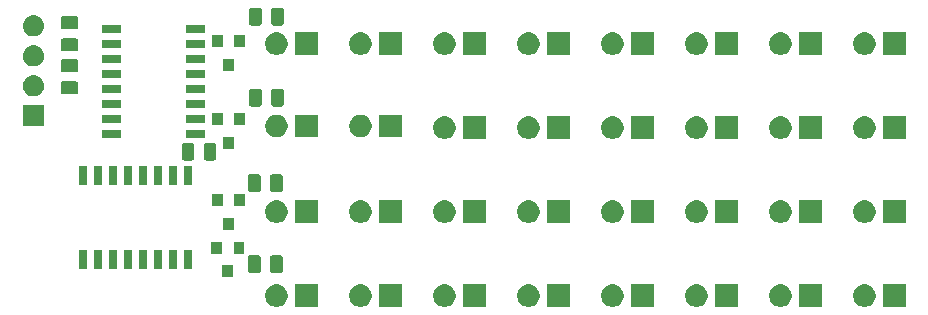
<source format=gbr>
G04 #@! TF.GenerationSoftware,KiCad,Pcbnew,5.0.2+dfsg1-1*
G04 #@! TF.CreationDate,2019-01-13T01:33:18+00:00*
G04 #@! TF.ProjectId,led_matrix_v1,6c65645f-6d61-4747-9269-785f76312e6b,rev?*
G04 #@! TF.SameCoordinates,Original*
G04 #@! TF.FileFunction,Soldermask,Bot*
G04 #@! TF.FilePolarity,Negative*
%FSLAX46Y46*%
G04 Gerber Fmt 4.6, Leading zero omitted, Abs format (unit mm)*
G04 Created by KiCad (PCBNEW 5.0.2+dfsg1-1) date Sun 13 Jan 2019 01:33:18 GMT*
%MOMM*%
%LPD*%
G01*
G04 APERTURE LIST*
%ADD10C,0.100000*%
G04 APERTURE END LIST*
D10*
G36*
X157415000Y-109917000D02*
X155513000Y-109917000D01*
X155513000Y-108015000D01*
X157415000Y-108015000D01*
X157415000Y-109917000D01*
X157415000Y-109917000D01*
G37*
G36*
X171639000Y-109917000D02*
X169737000Y-109917000D01*
X169737000Y-108015000D01*
X171639000Y-108015000D01*
X171639000Y-109917000D01*
X171639000Y-109917000D01*
G37*
G36*
X192975000Y-109917000D02*
X191073000Y-109917000D01*
X191073000Y-108015000D01*
X192975000Y-108015000D01*
X192975000Y-109917000D01*
X192975000Y-109917000D01*
G37*
G36*
X182649396Y-108051546D02*
X182822466Y-108123234D01*
X182978230Y-108227312D01*
X183110688Y-108359770D01*
X183214766Y-108515534D01*
X183286454Y-108688604D01*
X183323000Y-108872333D01*
X183323000Y-109059667D01*
X183286454Y-109243396D01*
X183214766Y-109416466D01*
X183110688Y-109572230D01*
X182978230Y-109704688D01*
X182822466Y-109808766D01*
X182649396Y-109880454D01*
X182465667Y-109917000D01*
X182278333Y-109917000D01*
X182094604Y-109880454D01*
X181921534Y-109808766D01*
X181765770Y-109704688D01*
X181633312Y-109572230D01*
X181529234Y-109416466D01*
X181457546Y-109243396D01*
X181421000Y-109059667D01*
X181421000Y-108872333D01*
X181457546Y-108688604D01*
X181529234Y-108515534D01*
X181633312Y-108359770D01*
X181765770Y-108227312D01*
X181921534Y-108123234D01*
X182094604Y-108051546D01*
X182278333Y-108015000D01*
X182465667Y-108015000D01*
X182649396Y-108051546D01*
X182649396Y-108051546D01*
G37*
G36*
X185863000Y-109917000D02*
X183961000Y-109917000D01*
X183961000Y-108015000D01*
X185863000Y-108015000D01*
X185863000Y-109917000D01*
X185863000Y-109917000D01*
G37*
G36*
X178751000Y-109917000D02*
X176849000Y-109917000D01*
X176849000Y-108015000D01*
X178751000Y-108015000D01*
X178751000Y-109917000D01*
X178751000Y-109917000D01*
G37*
G36*
X175537396Y-108051546D02*
X175710466Y-108123234D01*
X175866230Y-108227312D01*
X175998688Y-108359770D01*
X176102766Y-108515534D01*
X176174454Y-108688604D01*
X176211000Y-108872333D01*
X176211000Y-109059667D01*
X176174454Y-109243396D01*
X176102766Y-109416466D01*
X175998688Y-109572230D01*
X175866230Y-109704688D01*
X175710466Y-109808766D01*
X175537396Y-109880454D01*
X175353667Y-109917000D01*
X175166333Y-109917000D01*
X174982604Y-109880454D01*
X174809534Y-109808766D01*
X174653770Y-109704688D01*
X174521312Y-109572230D01*
X174417234Y-109416466D01*
X174345546Y-109243396D01*
X174309000Y-109059667D01*
X174309000Y-108872333D01*
X174345546Y-108688604D01*
X174417234Y-108515534D01*
X174521312Y-108359770D01*
X174653770Y-108227312D01*
X174809534Y-108123234D01*
X174982604Y-108051546D01*
X175166333Y-108015000D01*
X175353667Y-108015000D01*
X175537396Y-108051546D01*
X175537396Y-108051546D01*
G37*
G36*
X168425396Y-108051546D02*
X168598466Y-108123234D01*
X168754230Y-108227312D01*
X168886688Y-108359770D01*
X168990766Y-108515534D01*
X169062454Y-108688604D01*
X169099000Y-108872333D01*
X169099000Y-109059667D01*
X169062454Y-109243396D01*
X168990766Y-109416466D01*
X168886688Y-109572230D01*
X168754230Y-109704688D01*
X168598466Y-109808766D01*
X168425396Y-109880454D01*
X168241667Y-109917000D01*
X168054333Y-109917000D01*
X167870604Y-109880454D01*
X167697534Y-109808766D01*
X167541770Y-109704688D01*
X167409312Y-109572230D01*
X167305234Y-109416466D01*
X167233546Y-109243396D01*
X167197000Y-109059667D01*
X167197000Y-108872333D01*
X167233546Y-108688604D01*
X167305234Y-108515534D01*
X167409312Y-108359770D01*
X167541770Y-108227312D01*
X167697534Y-108123234D01*
X167870604Y-108051546D01*
X168054333Y-108015000D01*
X168241667Y-108015000D01*
X168425396Y-108051546D01*
X168425396Y-108051546D01*
G37*
G36*
X189761396Y-108051546D02*
X189934466Y-108123234D01*
X190090230Y-108227312D01*
X190222688Y-108359770D01*
X190326766Y-108515534D01*
X190398454Y-108688604D01*
X190435000Y-108872333D01*
X190435000Y-109059667D01*
X190398454Y-109243396D01*
X190326766Y-109416466D01*
X190222688Y-109572230D01*
X190090230Y-109704688D01*
X189934466Y-109808766D01*
X189761396Y-109880454D01*
X189577667Y-109917000D01*
X189390333Y-109917000D01*
X189206604Y-109880454D01*
X189033534Y-109808766D01*
X188877770Y-109704688D01*
X188745312Y-109572230D01*
X188641234Y-109416466D01*
X188569546Y-109243396D01*
X188533000Y-109059667D01*
X188533000Y-108872333D01*
X188569546Y-108688604D01*
X188641234Y-108515534D01*
X188745312Y-108359770D01*
X188877770Y-108227312D01*
X189033534Y-108123234D01*
X189206604Y-108051546D01*
X189390333Y-108015000D01*
X189577667Y-108015000D01*
X189761396Y-108051546D01*
X189761396Y-108051546D01*
G37*
G36*
X164527000Y-109917000D02*
X162625000Y-109917000D01*
X162625000Y-108015000D01*
X164527000Y-108015000D01*
X164527000Y-109917000D01*
X164527000Y-109917000D01*
G37*
G36*
X161313396Y-108051546D02*
X161486466Y-108123234D01*
X161642230Y-108227312D01*
X161774688Y-108359770D01*
X161878766Y-108515534D01*
X161950454Y-108688604D01*
X161987000Y-108872333D01*
X161987000Y-109059667D01*
X161950454Y-109243396D01*
X161878766Y-109416466D01*
X161774688Y-109572230D01*
X161642230Y-109704688D01*
X161486466Y-109808766D01*
X161313396Y-109880454D01*
X161129667Y-109917000D01*
X160942333Y-109917000D01*
X160758604Y-109880454D01*
X160585534Y-109808766D01*
X160429770Y-109704688D01*
X160297312Y-109572230D01*
X160193234Y-109416466D01*
X160121546Y-109243396D01*
X160085000Y-109059667D01*
X160085000Y-108872333D01*
X160121546Y-108688604D01*
X160193234Y-108515534D01*
X160297312Y-108359770D01*
X160429770Y-108227312D01*
X160585534Y-108123234D01*
X160758604Y-108051546D01*
X160942333Y-108015000D01*
X161129667Y-108015000D01*
X161313396Y-108051546D01*
X161313396Y-108051546D01*
G37*
G36*
X139977396Y-108051546D02*
X140150466Y-108123234D01*
X140306230Y-108227312D01*
X140438688Y-108359770D01*
X140542766Y-108515534D01*
X140614454Y-108688604D01*
X140651000Y-108872333D01*
X140651000Y-109059667D01*
X140614454Y-109243396D01*
X140542766Y-109416466D01*
X140438688Y-109572230D01*
X140306230Y-109704688D01*
X140150466Y-109808766D01*
X139977396Y-109880454D01*
X139793667Y-109917000D01*
X139606333Y-109917000D01*
X139422604Y-109880454D01*
X139249534Y-109808766D01*
X139093770Y-109704688D01*
X138961312Y-109572230D01*
X138857234Y-109416466D01*
X138785546Y-109243396D01*
X138749000Y-109059667D01*
X138749000Y-108872333D01*
X138785546Y-108688604D01*
X138857234Y-108515534D01*
X138961312Y-108359770D01*
X139093770Y-108227312D01*
X139249534Y-108123234D01*
X139422604Y-108051546D01*
X139606333Y-108015000D01*
X139793667Y-108015000D01*
X139977396Y-108051546D01*
X139977396Y-108051546D01*
G37*
G36*
X143191000Y-109917000D02*
X141289000Y-109917000D01*
X141289000Y-108015000D01*
X143191000Y-108015000D01*
X143191000Y-109917000D01*
X143191000Y-109917000D01*
G37*
G36*
X150303000Y-109917000D02*
X148401000Y-109917000D01*
X148401000Y-108015000D01*
X150303000Y-108015000D01*
X150303000Y-109917000D01*
X150303000Y-109917000D01*
G37*
G36*
X147089396Y-108051546D02*
X147262466Y-108123234D01*
X147418230Y-108227312D01*
X147550688Y-108359770D01*
X147654766Y-108515534D01*
X147726454Y-108688604D01*
X147763000Y-108872333D01*
X147763000Y-109059667D01*
X147726454Y-109243396D01*
X147654766Y-109416466D01*
X147550688Y-109572230D01*
X147418230Y-109704688D01*
X147262466Y-109808766D01*
X147089396Y-109880454D01*
X146905667Y-109917000D01*
X146718333Y-109917000D01*
X146534604Y-109880454D01*
X146361534Y-109808766D01*
X146205770Y-109704688D01*
X146073312Y-109572230D01*
X145969234Y-109416466D01*
X145897546Y-109243396D01*
X145861000Y-109059667D01*
X145861000Y-108872333D01*
X145897546Y-108688604D01*
X145969234Y-108515534D01*
X146073312Y-108359770D01*
X146205770Y-108227312D01*
X146361534Y-108123234D01*
X146534604Y-108051546D01*
X146718333Y-108015000D01*
X146905667Y-108015000D01*
X147089396Y-108051546D01*
X147089396Y-108051546D01*
G37*
G36*
X154201396Y-108051546D02*
X154374466Y-108123234D01*
X154530230Y-108227312D01*
X154662688Y-108359770D01*
X154766766Y-108515534D01*
X154838454Y-108688604D01*
X154875000Y-108872333D01*
X154875000Y-109059667D01*
X154838454Y-109243396D01*
X154766766Y-109416466D01*
X154662688Y-109572230D01*
X154530230Y-109704688D01*
X154374466Y-109808766D01*
X154201396Y-109880454D01*
X154017667Y-109917000D01*
X153830333Y-109917000D01*
X153646604Y-109880454D01*
X153473534Y-109808766D01*
X153317770Y-109704688D01*
X153185312Y-109572230D01*
X153081234Y-109416466D01*
X153009546Y-109243396D01*
X152973000Y-109059667D01*
X152973000Y-108872333D01*
X153009546Y-108688604D01*
X153081234Y-108515534D01*
X153185312Y-108359770D01*
X153317770Y-108227312D01*
X153473534Y-108123234D01*
X153646604Y-108051546D01*
X153830333Y-108015000D01*
X154017667Y-108015000D01*
X154201396Y-108051546D01*
X154201396Y-108051546D01*
G37*
G36*
X136021000Y-107403000D02*
X135119000Y-107403000D01*
X135119000Y-106401000D01*
X136021000Y-106401000D01*
X136021000Y-107403000D01*
X136021000Y-107403000D01*
G37*
G36*
X140071966Y-105552565D02*
X140110637Y-105564296D01*
X140146279Y-105583348D01*
X140177517Y-105608983D01*
X140203152Y-105640221D01*
X140222204Y-105675863D01*
X140233935Y-105714534D01*
X140238500Y-105760888D01*
X140238500Y-106837112D01*
X140233935Y-106883466D01*
X140222204Y-106922137D01*
X140203152Y-106957779D01*
X140177517Y-106989017D01*
X140146279Y-107014652D01*
X140110637Y-107033704D01*
X140071966Y-107045435D01*
X140025612Y-107050000D01*
X139374388Y-107050000D01*
X139328034Y-107045435D01*
X139289363Y-107033704D01*
X139253721Y-107014652D01*
X139222483Y-106989017D01*
X139196848Y-106957779D01*
X139177796Y-106922137D01*
X139166065Y-106883466D01*
X139161500Y-106837112D01*
X139161500Y-105760888D01*
X139166065Y-105714534D01*
X139177796Y-105675863D01*
X139196848Y-105640221D01*
X139222483Y-105608983D01*
X139253721Y-105583348D01*
X139289363Y-105564296D01*
X139328034Y-105552565D01*
X139374388Y-105548000D01*
X140025612Y-105548000D01*
X140071966Y-105552565D01*
X140071966Y-105552565D01*
G37*
G36*
X138196966Y-105552565D02*
X138235637Y-105564296D01*
X138271279Y-105583348D01*
X138302517Y-105608983D01*
X138328152Y-105640221D01*
X138347204Y-105675863D01*
X138358935Y-105714534D01*
X138363500Y-105760888D01*
X138363500Y-106837112D01*
X138358935Y-106883466D01*
X138347204Y-106922137D01*
X138328152Y-106957779D01*
X138302517Y-106989017D01*
X138271279Y-107014652D01*
X138235637Y-107033704D01*
X138196966Y-107045435D01*
X138150612Y-107050000D01*
X137499388Y-107050000D01*
X137453034Y-107045435D01*
X137414363Y-107033704D01*
X137378721Y-107014652D01*
X137347483Y-106989017D01*
X137321848Y-106957779D01*
X137302796Y-106922137D01*
X137291065Y-106883466D01*
X137286500Y-106837112D01*
X137286500Y-105760888D01*
X137291065Y-105714534D01*
X137302796Y-105675863D01*
X137321848Y-105640221D01*
X137347483Y-105608983D01*
X137378721Y-105583348D01*
X137414363Y-105564296D01*
X137453034Y-105552565D01*
X137499388Y-105548000D01*
X138150612Y-105548000D01*
X138196966Y-105552565D01*
X138196966Y-105552565D01*
G37*
G36*
X123668000Y-106713000D02*
X122966000Y-106713000D01*
X122966000Y-105111000D01*
X123668000Y-105111000D01*
X123668000Y-106713000D01*
X123668000Y-106713000D01*
G37*
G36*
X131288000Y-106713000D02*
X130586000Y-106713000D01*
X130586000Y-105111000D01*
X131288000Y-105111000D01*
X131288000Y-106713000D01*
X131288000Y-106713000D01*
G37*
G36*
X130018000Y-106713000D02*
X129316000Y-106713000D01*
X129316000Y-105111000D01*
X130018000Y-105111000D01*
X130018000Y-106713000D01*
X130018000Y-106713000D01*
G37*
G36*
X128748000Y-106713000D02*
X128046000Y-106713000D01*
X128046000Y-105111000D01*
X128748000Y-105111000D01*
X128748000Y-106713000D01*
X128748000Y-106713000D01*
G37*
G36*
X127478000Y-106713000D02*
X126776000Y-106713000D01*
X126776000Y-105111000D01*
X127478000Y-105111000D01*
X127478000Y-106713000D01*
X127478000Y-106713000D01*
G37*
G36*
X132558000Y-106713000D02*
X131856000Y-106713000D01*
X131856000Y-105111000D01*
X132558000Y-105111000D01*
X132558000Y-106713000D01*
X132558000Y-106713000D01*
G37*
G36*
X126208000Y-106713000D02*
X125506000Y-106713000D01*
X125506000Y-105111000D01*
X126208000Y-105111000D01*
X126208000Y-106713000D01*
X126208000Y-106713000D01*
G37*
G36*
X124938000Y-106713000D02*
X124236000Y-106713000D01*
X124236000Y-105111000D01*
X124938000Y-105111000D01*
X124938000Y-106713000D01*
X124938000Y-106713000D01*
G37*
G36*
X135071000Y-105403000D02*
X134169000Y-105403000D01*
X134169000Y-104401000D01*
X135071000Y-104401000D01*
X135071000Y-105403000D01*
X135071000Y-105403000D01*
G37*
G36*
X136971000Y-105403000D02*
X136069000Y-105403000D01*
X136069000Y-104401000D01*
X136971000Y-104401000D01*
X136971000Y-105403000D01*
X136971000Y-105403000D01*
G37*
G36*
X136087000Y-103371000D02*
X135185000Y-103371000D01*
X135185000Y-102369000D01*
X136087000Y-102369000D01*
X136087000Y-103371000D01*
X136087000Y-103371000D01*
G37*
G36*
X175537396Y-100939546D02*
X175710466Y-101011234D01*
X175866230Y-101115312D01*
X175998688Y-101247770D01*
X176102766Y-101403534D01*
X176174454Y-101576604D01*
X176211000Y-101760333D01*
X176211000Y-101947667D01*
X176174454Y-102131396D01*
X176102766Y-102304466D01*
X175998688Y-102460230D01*
X175866230Y-102592688D01*
X175710466Y-102696766D01*
X175537396Y-102768454D01*
X175353667Y-102805000D01*
X175166333Y-102805000D01*
X174982604Y-102768454D01*
X174809534Y-102696766D01*
X174653770Y-102592688D01*
X174521312Y-102460230D01*
X174417234Y-102304466D01*
X174345546Y-102131396D01*
X174309000Y-101947667D01*
X174309000Y-101760333D01*
X174345546Y-101576604D01*
X174417234Y-101403534D01*
X174521312Y-101247770D01*
X174653770Y-101115312D01*
X174809534Y-101011234D01*
X174982604Y-100939546D01*
X175166333Y-100903000D01*
X175353667Y-100903000D01*
X175537396Y-100939546D01*
X175537396Y-100939546D01*
G37*
G36*
X143191000Y-102805000D02*
X141289000Y-102805000D01*
X141289000Y-100903000D01*
X143191000Y-100903000D01*
X143191000Y-102805000D01*
X143191000Y-102805000D01*
G37*
G36*
X139977396Y-100939546D02*
X140150466Y-101011234D01*
X140306230Y-101115312D01*
X140438688Y-101247770D01*
X140542766Y-101403534D01*
X140614454Y-101576604D01*
X140651000Y-101760333D01*
X140651000Y-101947667D01*
X140614454Y-102131396D01*
X140542766Y-102304466D01*
X140438688Y-102460230D01*
X140306230Y-102592688D01*
X140150466Y-102696766D01*
X139977396Y-102768454D01*
X139793667Y-102805000D01*
X139606333Y-102805000D01*
X139422604Y-102768454D01*
X139249534Y-102696766D01*
X139093770Y-102592688D01*
X138961312Y-102460230D01*
X138857234Y-102304466D01*
X138785546Y-102131396D01*
X138749000Y-101947667D01*
X138749000Y-101760333D01*
X138785546Y-101576604D01*
X138857234Y-101403534D01*
X138961312Y-101247770D01*
X139093770Y-101115312D01*
X139249534Y-101011234D01*
X139422604Y-100939546D01*
X139606333Y-100903000D01*
X139793667Y-100903000D01*
X139977396Y-100939546D01*
X139977396Y-100939546D01*
G37*
G36*
X150303000Y-102805000D02*
X148401000Y-102805000D01*
X148401000Y-100903000D01*
X150303000Y-100903000D01*
X150303000Y-102805000D01*
X150303000Y-102805000D01*
G37*
G36*
X147089396Y-100939546D02*
X147262466Y-101011234D01*
X147418230Y-101115312D01*
X147550688Y-101247770D01*
X147654766Y-101403534D01*
X147726454Y-101576604D01*
X147763000Y-101760333D01*
X147763000Y-101947667D01*
X147726454Y-102131396D01*
X147654766Y-102304466D01*
X147550688Y-102460230D01*
X147418230Y-102592688D01*
X147262466Y-102696766D01*
X147089396Y-102768454D01*
X146905667Y-102805000D01*
X146718333Y-102805000D01*
X146534604Y-102768454D01*
X146361534Y-102696766D01*
X146205770Y-102592688D01*
X146073312Y-102460230D01*
X145969234Y-102304466D01*
X145897546Y-102131396D01*
X145861000Y-101947667D01*
X145861000Y-101760333D01*
X145897546Y-101576604D01*
X145969234Y-101403534D01*
X146073312Y-101247770D01*
X146205770Y-101115312D01*
X146361534Y-101011234D01*
X146534604Y-100939546D01*
X146718333Y-100903000D01*
X146905667Y-100903000D01*
X147089396Y-100939546D01*
X147089396Y-100939546D01*
G37*
G36*
X154201396Y-100939546D02*
X154374466Y-101011234D01*
X154530230Y-101115312D01*
X154662688Y-101247770D01*
X154766766Y-101403534D01*
X154838454Y-101576604D01*
X154875000Y-101760333D01*
X154875000Y-101947667D01*
X154838454Y-102131396D01*
X154766766Y-102304466D01*
X154662688Y-102460230D01*
X154530230Y-102592688D01*
X154374466Y-102696766D01*
X154201396Y-102768454D01*
X154017667Y-102805000D01*
X153830333Y-102805000D01*
X153646604Y-102768454D01*
X153473534Y-102696766D01*
X153317770Y-102592688D01*
X153185312Y-102460230D01*
X153081234Y-102304466D01*
X153009546Y-102131396D01*
X152973000Y-101947667D01*
X152973000Y-101760333D01*
X153009546Y-101576604D01*
X153081234Y-101403534D01*
X153185312Y-101247770D01*
X153317770Y-101115312D01*
X153473534Y-101011234D01*
X153646604Y-100939546D01*
X153830333Y-100903000D01*
X154017667Y-100903000D01*
X154201396Y-100939546D01*
X154201396Y-100939546D01*
G37*
G36*
X157415000Y-102805000D02*
X155513000Y-102805000D01*
X155513000Y-100903000D01*
X157415000Y-100903000D01*
X157415000Y-102805000D01*
X157415000Y-102805000D01*
G37*
G36*
X164527000Y-102805000D02*
X162625000Y-102805000D01*
X162625000Y-100903000D01*
X164527000Y-100903000D01*
X164527000Y-102805000D01*
X164527000Y-102805000D01*
G37*
G36*
X168425396Y-100939546D02*
X168598466Y-101011234D01*
X168754230Y-101115312D01*
X168886688Y-101247770D01*
X168990766Y-101403534D01*
X169062454Y-101576604D01*
X169099000Y-101760333D01*
X169099000Y-101947667D01*
X169062454Y-102131396D01*
X168990766Y-102304466D01*
X168886688Y-102460230D01*
X168754230Y-102592688D01*
X168598466Y-102696766D01*
X168425396Y-102768454D01*
X168241667Y-102805000D01*
X168054333Y-102805000D01*
X167870604Y-102768454D01*
X167697534Y-102696766D01*
X167541770Y-102592688D01*
X167409312Y-102460230D01*
X167305234Y-102304466D01*
X167233546Y-102131396D01*
X167197000Y-101947667D01*
X167197000Y-101760333D01*
X167233546Y-101576604D01*
X167305234Y-101403534D01*
X167409312Y-101247770D01*
X167541770Y-101115312D01*
X167697534Y-101011234D01*
X167870604Y-100939546D01*
X168054333Y-100903000D01*
X168241667Y-100903000D01*
X168425396Y-100939546D01*
X168425396Y-100939546D01*
G37*
G36*
X161313396Y-100939546D02*
X161486466Y-101011234D01*
X161642230Y-101115312D01*
X161774688Y-101247770D01*
X161878766Y-101403534D01*
X161950454Y-101576604D01*
X161987000Y-101760333D01*
X161987000Y-101947667D01*
X161950454Y-102131396D01*
X161878766Y-102304466D01*
X161774688Y-102460230D01*
X161642230Y-102592688D01*
X161486466Y-102696766D01*
X161313396Y-102768454D01*
X161129667Y-102805000D01*
X160942333Y-102805000D01*
X160758604Y-102768454D01*
X160585534Y-102696766D01*
X160429770Y-102592688D01*
X160297312Y-102460230D01*
X160193234Y-102304466D01*
X160121546Y-102131396D01*
X160085000Y-101947667D01*
X160085000Y-101760333D01*
X160121546Y-101576604D01*
X160193234Y-101403534D01*
X160297312Y-101247770D01*
X160429770Y-101115312D01*
X160585534Y-101011234D01*
X160758604Y-100939546D01*
X160942333Y-100903000D01*
X161129667Y-100903000D01*
X161313396Y-100939546D01*
X161313396Y-100939546D01*
G37*
G36*
X189761396Y-100939546D02*
X189934466Y-101011234D01*
X190090230Y-101115312D01*
X190222688Y-101247770D01*
X190326766Y-101403534D01*
X190398454Y-101576604D01*
X190435000Y-101760333D01*
X190435000Y-101947667D01*
X190398454Y-102131396D01*
X190326766Y-102304466D01*
X190222688Y-102460230D01*
X190090230Y-102592688D01*
X189934466Y-102696766D01*
X189761396Y-102768454D01*
X189577667Y-102805000D01*
X189390333Y-102805000D01*
X189206604Y-102768454D01*
X189033534Y-102696766D01*
X188877770Y-102592688D01*
X188745312Y-102460230D01*
X188641234Y-102304466D01*
X188569546Y-102131396D01*
X188533000Y-101947667D01*
X188533000Y-101760333D01*
X188569546Y-101576604D01*
X188641234Y-101403534D01*
X188745312Y-101247770D01*
X188877770Y-101115312D01*
X189033534Y-101011234D01*
X189206604Y-100939546D01*
X189390333Y-100903000D01*
X189577667Y-100903000D01*
X189761396Y-100939546D01*
X189761396Y-100939546D01*
G37*
G36*
X185863000Y-102805000D02*
X183961000Y-102805000D01*
X183961000Y-100903000D01*
X185863000Y-100903000D01*
X185863000Y-102805000D01*
X185863000Y-102805000D01*
G37*
G36*
X178751000Y-102805000D02*
X176849000Y-102805000D01*
X176849000Y-100903000D01*
X178751000Y-100903000D01*
X178751000Y-102805000D01*
X178751000Y-102805000D01*
G37*
G36*
X192975000Y-102805000D02*
X191073000Y-102805000D01*
X191073000Y-100903000D01*
X192975000Y-100903000D01*
X192975000Y-102805000D01*
X192975000Y-102805000D01*
G37*
G36*
X182649396Y-100939546D02*
X182822466Y-101011234D01*
X182978230Y-101115312D01*
X183110688Y-101247770D01*
X183214766Y-101403534D01*
X183286454Y-101576604D01*
X183323000Y-101760333D01*
X183323000Y-101947667D01*
X183286454Y-102131396D01*
X183214766Y-102304466D01*
X183110688Y-102460230D01*
X182978230Y-102592688D01*
X182822466Y-102696766D01*
X182649396Y-102768454D01*
X182465667Y-102805000D01*
X182278333Y-102805000D01*
X182094604Y-102768454D01*
X181921534Y-102696766D01*
X181765770Y-102592688D01*
X181633312Y-102460230D01*
X181529234Y-102304466D01*
X181457546Y-102131396D01*
X181421000Y-101947667D01*
X181421000Y-101760333D01*
X181457546Y-101576604D01*
X181529234Y-101403534D01*
X181633312Y-101247770D01*
X181765770Y-101115312D01*
X181921534Y-101011234D01*
X182094604Y-100939546D01*
X182278333Y-100903000D01*
X182465667Y-100903000D01*
X182649396Y-100939546D01*
X182649396Y-100939546D01*
G37*
G36*
X171639000Y-102805000D02*
X169737000Y-102805000D01*
X169737000Y-100903000D01*
X171639000Y-100903000D01*
X171639000Y-102805000D01*
X171639000Y-102805000D01*
G37*
G36*
X135137000Y-101371000D02*
X134235000Y-101371000D01*
X134235000Y-100369000D01*
X135137000Y-100369000D01*
X135137000Y-101371000D01*
X135137000Y-101371000D01*
G37*
G36*
X137037000Y-101371000D02*
X136135000Y-101371000D01*
X136135000Y-100369000D01*
X137037000Y-100369000D01*
X137037000Y-101371000D01*
X137037000Y-101371000D01*
G37*
G36*
X140071966Y-98694565D02*
X140110637Y-98706296D01*
X140146279Y-98725348D01*
X140177517Y-98750983D01*
X140203152Y-98782221D01*
X140222204Y-98817863D01*
X140233935Y-98856534D01*
X140238500Y-98902888D01*
X140238500Y-99979112D01*
X140233935Y-100025466D01*
X140222204Y-100064137D01*
X140203152Y-100099779D01*
X140177517Y-100131017D01*
X140146279Y-100156652D01*
X140110637Y-100175704D01*
X140071966Y-100187435D01*
X140025612Y-100192000D01*
X139374388Y-100192000D01*
X139328034Y-100187435D01*
X139289363Y-100175704D01*
X139253721Y-100156652D01*
X139222483Y-100131017D01*
X139196848Y-100099779D01*
X139177796Y-100064137D01*
X139166065Y-100025466D01*
X139161500Y-99979112D01*
X139161500Y-98902888D01*
X139166065Y-98856534D01*
X139177796Y-98817863D01*
X139196848Y-98782221D01*
X139222483Y-98750983D01*
X139253721Y-98725348D01*
X139289363Y-98706296D01*
X139328034Y-98694565D01*
X139374388Y-98690000D01*
X140025612Y-98690000D01*
X140071966Y-98694565D01*
X140071966Y-98694565D01*
G37*
G36*
X138196966Y-98694565D02*
X138235637Y-98706296D01*
X138271279Y-98725348D01*
X138302517Y-98750983D01*
X138328152Y-98782221D01*
X138347204Y-98817863D01*
X138358935Y-98856534D01*
X138363500Y-98902888D01*
X138363500Y-99979112D01*
X138358935Y-100025466D01*
X138347204Y-100064137D01*
X138328152Y-100099779D01*
X138302517Y-100131017D01*
X138271279Y-100156652D01*
X138235637Y-100175704D01*
X138196966Y-100187435D01*
X138150612Y-100192000D01*
X137499388Y-100192000D01*
X137453034Y-100187435D01*
X137414363Y-100175704D01*
X137378721Y-100156652D01*
X137347483Y-100131017D01*
X137321848Y-100099779D01*
X137302796Y-100064137D01*
X137291065Y-100025466D01*
X137286500Y-99979112D01*
X137286500Y-98902888D01*
X137291065Y-98856534D01*
X137302796Y-98817863D01*
X137321848Y-98782221D01*
X137347483Y-98750983D01*
X137378721Y-98725348D01*
X137414363Y-98706296D01*
X137453034Y-98694565D01*
X137499388Y-98690000D01*
X138150612Y-98690000D01*
X138196966Y-98694565D01*
X138196966Y-98694565D01*
G37*
G36*
X124938000Y-99613000D02*
X124236000Y-99613000D01*
X124236000Y-98011000D01*
X124938000Y-98011000D01*
X124938000Y-99613000D01*
X124938000Y-99613000D01*
G37*
G36*
X132558000Y-99613000D02*
X131856000Y-99613000D01*
X131856000Y-98011000D01*
X132558000Y-98011000D01*
X132558000Y-99613000D01*
X132558000Y-99613000D01*
G37*
G36*
X128748000Y-99613000D02*
X128046000Y-99613000D01*
X128046000Y-98011000D01*
X128748000Y-98011000D01*
X128748000Y-99613000D01*
X128748000Y-99613000D01*
G37*
G36*
X127478000Y-99613000D02*
X126776000Y-99613000D01*
X126776000Y-98011000D01*
X127478000Y-98011000D01*
X127478000Y-99613000D01*
X127478000Y-99613000D01*
G37*
G36*
X131288000Y-99613000D02*
X130586000Y-99613000D01*
X130586000Y-98011000D01*
X131288000Y-98011000D01*
X131288000Y-99613000D01*
X131288000Y-99613000D01*
G37*
G36*
X126208000Y-99613000D02*
X125506000Y-99613000D01*
X125506000Y-98011000D01*
X126208000Y-98011000D01*
X126208000Y-99613000D01*
X126208000Y-99613000D01*
G37*
G36*
X123668000Y-99613000D02*
X122966000Y-99613000D01*
X122966000Y-98011000D01*
X123668000Y-98011000D01*
X123668000Y-99613000D01*
X123668000Y-99613000D01*
G37*
G36*
X130018000Y-99613000D02*
X129316000Y-99613000D01*
X129316000Y-98011000D01*
X130018000Y-98011000D01*
X130018000Y-99613000D01*
X130018000Y-99613000D01*
G37*
G36*
X134453966Y-96027565D02*
X134492637Y-96039296D01*
X134528279Y-96058348D01*
X134559517Y-96083983D01*
X134585152Y-96115221D01*
X134604204Y-96150863D01*
X134615935Y-96189534D01*
X134620500Y-96235888D01*
X134620500Y-97312112D01*
X134615935Y-97358466D01*
X134604204Y-97397137D01*
X134585152Y-97432779D01*
X134559517Y-97464017D01*
X134528279Y-97489652D01*
X134492637Y-97508704D01*
X134453966Y-97520435D01*
X134407612Y-97525000D01*
X133756388Y-97525000D01*
X133710034Y-97520435D01*
X133671363Y-97508704D01*
X133635721Y-97489652D01*
X133604483Y-97464017D01*
X133578848Y-97432779D01*
X133559796Y-97397137D01*
X133548065Y-97358466D01*
X133543500Y-97312112D01*
X133543500Y-96235888D01*
X133548065Y-96189534D01*
X133559796Y-96150863D01*
X133578848Y-96115221D01*
X133604483Y-96083983D01*
X133635721Y-96058348D01*
X133671363Y-96039296D01*
X133710034Y-96027565D01*
X133756388Y-96023000D01*
X134407612Y-96023000D01*
X134453966Y-96027565D01*
X134453966Y-96027565D01*
G37*
G36*
X132578966Y-96027565D02*
X132617637Y-96039296D01*
X132653279Y-96058348D01*
X132684517Y-96083983D01*
X132710152Y-96115221D01*
X132729204Y-96150863D01*
X132740935Y-96189534D01*
X132745500Y-96235888D01*
X132745500Y-97312112D01*
X132740935Y-97358466D01*
X132729204Y-97397137D01*
X132710152Y-97432779D01*
X132684517Y-97464017D01*
X132653279Y-97489652D01*
X132617637Y-97508704D01*
X132578966Y-97520435D01*
X132532612Y-97525000D01*
X131881388Y-97525000D01*
X131835034Y-97520435D01*
X131796363Y-97508704D01*
X131760721Y-97489652D01*
X131729483Y-97464017D01*
X131703848Y-97432779D01*
X131684796Y-97397137D01*
X131673065Y-97358466D01*
X131668500Y-97312112D01*
X131668500Y-96235888D01*
X131673065Y-96189534D01*
X131684796Y-96150863D01*
X131703848Y-96115221D01*
X131729483Y-96083983D01*
X131760721Y-96058348D01*
X131796363Y-96039296D01*
X131835034Y-96027565D01*
X131881388Y-96023000D01*
X132532612Y-96023000D01*
X132578966Y-96027565D01*
X132578966Y-96027565D01*
G37*
G36*
X136087000Y-96513000D02*
X135185000Y-96513000D01*
X135185000Y-95511000D01*
X136087000Y-95511000D01*
X136087000Y-96513000D01*
X136087000Y-96513000D01*
G37*
G36*
X171639000Y-95693000D02*
X169737000Y-95693000D01*
X169737000Y-93791000D01*
X171639000Y-93791000D01*
X171639000Y-95693000D01*
X171639000Y-95693000D01*
G37*
G36*
X164527000Y-95693000D02*
X162625000Y-95693000D01*
X162625000Y-93791000D01*
X164527000Y-93791000D01*
X164527000Y-95693000D01*
X164527000Y-95693000D01*
G37*
G36*
X192975000Y-95693000D02*
X191073000Y-95693000D01*
X191073000Y-93791000D01*
X192975000Y-93791000D01*
X192975000Y-95693000D01*
X192975000Y-95693000D01*
G37*
G36*
X178751000Y-95693000D02*
X176849000Y-95693000D01*
X176849000Y-93791000D01*
X178751000Y-93791000D01*
X178751000Y-95693000D01*
X178751000Y-95693000D01*
G37*
G36*
X175537396Y-93827546D02*
X175710466Y-93899234D01*
X175866230Y-94003312D01*
X175998688Y-94135770D01*
X176102766Y-94291534D01*
X176174454Y-94464604D01*
X176211000Y-94648333D01*
X176211000Y-94835667D01*
X176174454Y-95019396D01*
X176102766Y-95192466D01*
X175998688Y-95348230D01*
X175866230Y-95480688D01*
X175710466Y-95584766D01*
X175537396Y-95656454D01*
X175353667Y-95693000D01*
X175166333Y-95693000D01*
X174982604Y-95656454D01*
X174809534Y-95584766D01*
X174653770Y-95480688D01*
X174521312Y-95348230D01*
X174417234Y-95192466D01*
X174345546Y-95019396D01*
X174309000Y-94835667D01*
X174309000Y-94648333D01*
X174345546Y-94464604D01*
X174417234Y-94291534D01*
X174521312Y-94135770D01*
X174653770Y-94003312D01*
X174809534Y-93899234D01*
X174982604Y-93827546D01*
X175166333Y-93791000D01*
X175353667Y-93791000D01*
X175537396Y-93827546D01*
X175537396Y-93827546D01*
G37*
G36*
X168425396Y-93827546D02*
X168598466Y-93899234D01*
X168754230Y-94003312D01*
X168886688Y-94135770D01*
X168990766Y-94291534D01*
X169062454Y-94464604D01*
X169099000Y-94648333D01*
X169099000Y-94835667D01*
X169062454Y-95019396D01*
X168990766Y-95192466D01*
X168886688Y-95348230D01*
X168754230Y-95480688D01*
X168598466Y-95584766D01*
X168425396Y-95656454D01*
X168241667Y-95693000D01*
X168054333Y-95693000D01*
X167870604Y-95656454D01*
X167697534Y-95584766D01*
X167541770Y-95480688D01*
X167409312Y-95348230D01*
X167305234Y-95192466D01*
X167233546Y-95019396D01*
X167197000Y-94835667D01*
X167197000Y-94648333D01*
X167233546Y-94464604D01*
X167305234Y-94291534D01*
X167409312Y-94135770D01*
X167541770Y-94003312D01*
X167697534Y-93899234D01*
X167870604Y-93827546D01*
X168054333Y-93791000D01*
X168241667Y-93791000D01*
X168425396Y-93827546D01*
X168425396Y-93827546D01*
G37*
G36*
X157415000Y-95693000D02*
X155513000Y-95693000D01*
X155513000Y-93791000D01*
X157415000Y-93791000D01*
X157415000Y-95693000D01*
X157415000Y-95693000D01*
G37*
G36*
X161313396Y-93827546D02*
X161486466Y-93899234D01*
X161642230Y-94003312D01*
X161774688Y-94135770D01*
X161878766Y-94291534D01*
X161950454Y-94464604D01*
X161987000Y-94648333D01*
X161987000Y-94835667D01*
X161950454Y-95019396D01*
X161878766Y-95192466D01*
X161774688Y-95348230D01*
X161642230Y-95480688D01*
X161486466Y-95584766D01*
X161313396Y-95656454D01*
X161129667Y-95693000D01*
X160942333Y-95693000D01*
X160758604Y-95656454D01*
X160585534Y-95584766D01*
X160429770Y-95480688D01*
X160297312Y-95348230D01*
X160193234Y-95192466D01*
X160121546Y-95019396D01*
X160085000Y-94835667D01*
X160085000Y-94648333D01*
X160121546Y-94464604D01*
X160193234Y-94291534D01*
X160297312Y-94135770D01*
X160429770Y-94003312D01*
X160585534Y-93899234D01*
X160758604Y-93827546D01*
X160942333Y-93791000D01*
X161129667Y-93791000D01*
X161313396Y-93827546D01*
X161313396Y-93827546D01*
G37*
G36*
X185863000Y-95693000D02*
X183961000Y-95693000D01*
X183961000Y-93791000D01*
X185863000Y-93791000D01*
X185863000Y-95693000D01*
X185863000Y-95693000D01*
G37*
G36*
X182649396Y-93827546D02*
X182822466Y-93899234D01*
X182978230Y-94003312D01*
X183110688Y-94135770D01*
X183214766Y-94291534D01*
X183286454Y-94464604D01*
X183323000Y-94648333D01*
X183323000Y-94835667D01*
X183286454Y-95019396D01*
X183214766Y-95192466D01*
X183110688Y-95348230D01*
X182978230Y-95480688D01*
X182822466Y-95584766D01*
X182649396Y-95656454D01*
X182465667Y-95693000D01*
X182278333Y-95693000D01*
X182094604Y-95656454D01*
X181921534Y-95584766D01*
X181765770Y-95480688D01*
X181633312Y-95348230D01*
X181529234Y-95192466D01*
X181457546Y-95019396D01*
X181421000Y-94835667D01*
X181421000Y-94648333D01*
X181457546Y-94464604D01*
X181529234Y-94291534D01*
X181633312Y-94135770D01*
X181765770Y-94003312D01*
X181921534Y-93899234D01*
X182094604Y-93827546D01*
X182278333Y-93791000D01*
X182465667Y-93791000D01*
X182649396Y-93827546D01*
X182649396Y-93827546D01*
G37*
G36*
X154201396Y-93827546D02*
X154374466Y-93899234D01*
X154530230Y-94003312D01*
X154662688Y-94135770D01*
X154766766Y-94291534D01*
X154838454Y-94464604D01*
X154875000Y-94648333D01*
X154875000Y-94835667D01*
X154838454Y-95019396D01*
X154766766Y-95192466D01*
X154662688Y-95348230D01*
X154530230Y-95480688D01*
X154374466Y-95584766D01*
X154201396Y-95656454D01*
X154017667Y-95693000D01*
X153830333Y-95693000D01*
X153646604Y-95656454D01*
X153473534Y-95584766D01*
X153317770Y-95480688D01*
X153185312Y-95348230D01*
X153081234Y-95192466D01*
X153009546Y-95019396D01*
X152973000Y-94835667D01*
X152973000Y-94648333D01*
X153009546Y-94464604D01*
X153081234Y-94291534D01*
X153185312Y-94135770D01*
X153317770Y-94003312D01*
X153473534Y-93899234D01*
X153646604Y-93827546D01*
X153830333Y-93791000D01*
X154017667Y-93791000D01*
X154201396Y-93827546D01*
X154201396Y-93827546D01*
G37*
G36*
X189761396Y-93827546D02*
X189934466Y-93899234D01*
X190090230Y-94003312D01*
X190222688Y-94135770D01*
X190326766Y-94291534D01*
X190398454Y-94464604D01*
X190435000Y-94648333D01*
X190435000Y-94835667D01*
X190398454Y-95019396D01*
X190326766Y-95192466D01*
X190222688Y-95348230D01*
X190090230Y-95480688D01*
X189934466Y-95584766D01*
X189761396Y-95656454D01*
X189577667Y-95693000D01*
X189390333Y-95693000D01*
X189206604Y-95656454D01*
X189033534Y-95584766D01*
X188877770Y-95480688D01*
X188745312Y-95348230D01*
X188641234Y-95192466D01*
X188569546Y-95019396D01*
X188533000Y-94835667D01*
X188533000Y-94648333D01*
X188569546Y-94464604D01*
X188641234Y-94291534D01*
X188745312Y-94135770D01*
X188877770Y-94003312D01*
X189033534Y-93899234D01*
X189206604Y-93827546D01*
X189390333Y-93791000D01*
X189577667Y-93791000D01*
X189761396Y-93827546D01*
X189761396Y-93827546D01*
G37*
G36*
X133631000Y-95601000D02*
X132029000Y-95601000D01*
X132029000Y-94899000D01*
X133631000Y-94899000D01*
X133631000Y-95601000D01*
X133631000Y-95601000D01*
G37*
G36*
X126531000Y-95601000D02*
X124929000Y-95601000D01*
X124929000Y-94899000D01*
X126531000Y-94899000D01*
X126531000Y-95601000D01*
X126531000Y-95601000D01*
G37*
G36*
X143191000Y-95566000D02*
X141289000Y-95566000D01*
X141289000Y-93664000D01*
X143191000Y-93664000D01*
X143191000Y-95566000D01*
X143191000Y-95566000D01*
G37*
G36*
X150303000Y-95566000D02*
X148401000Y-95566000D01*
X148401000Y-93664000D01*
X150303000Y-93664000D01*
X150303000Y-95566000D01*
X150303000Y-95566000D01*
G37*
G36*
X147089396Y-93700546D02*
X147262466Y-93772234D01*
X147418230Y-93876312D01*
X147550688Y-94008770D01*
X147654766Y-94164534D01*
X147726454Y-94337604D01*
X147763000Y-94521333D01*
X147763000Y-94708667D01*
X147726454Y-94892396D01*
X147654766Y-95065466D01*
X147550688Y-95221230D01*
X147418230Y-95353688D01*
X147262466Y-95457766D01*
X147089396Y-95529454D01*
X146905667Y-95566000D01*
X146718333Y-95566000D01*
X146534604Y-95529454D01*
X146361534Y-95457766D01*
X146205770Y-95353688D01*
X146073312Y-95221230D01*
X145969234Y-95065466D01*
X145897546Y-94892396D01*
X145861000Y-94708667D01*
X145861000Y-94521333D01*
X145897546Y-94337604D01*
X145969234Y-94164534D01*
X146073312Y-94008770D01*
X146205770Y-93876312D01*
X146361534Y-93772234D01*
X146534604Y-93700546D01*
X146718333Y-93664000D01*
X146905667Y-93664000D01*
X147089396Y-93700546D01*
X147089396Y-93700546D01*
G37*
G36*
X139977396Y-93700546D02*
X140150466Y-93772234D01*
X140306230Y-93876312D01*
X140438688Y-94008770D01*
X140542766Y-94164534D01*
X140614454Y-94337604D01*
X140651000Y-94521333D01*
X140651000Y-94708667D01*
X140614454Y-94892396D01*
X140542766Y-95065466D01*
X140438688Y-95221230D01*
X140306230Y-95353688D01*
X140150466Y-95457766D01*
X139977396Y-95529454D01*
X139793667Y-95566000D01*
X139606333Y-95566000D01*
X139422604Y-95529454D01*
X139249534Y-95457766D01*
X139093770Y-95353688D01*
X138961312Y-95221230D01*
X138857234Y-95065466D01*
X138785546Y-94892396D01*
X138749000Y-94708667D01*
X138749000Y-94521333D01*
X138785546Y-94337604D01*
X138857234Y-94164534D01*
X138961312Y-94008770D01*
X139093770Y-93876312D01*
X139249534Y-93772234D01*
X139422604Y-93700546D01*
X139606333Y-93664000D01*
X139793667Y-93664000D01*
X139977396Y-93700546D01*
X139977396Y-93700546D01*
G37*
G36*
X120027000Y-94627000D02*
X118225000Y-94627000D01*
X118225000Y-92825000D01*
X120027000Y-92825000D01*
X120027000Y-94627000D01*
X120027000Y-94627000D01*
G37*
G36*
X137037000Y-94513000D02*
X136135000Y-94513000D01*
X136135000Y-93511000D01*
X137037000Y-93511000D01*
X137037000Y-94513000D01*
X137037000Y-94513000D01*
G37*
G36*
X135137000Y-94513000D02*
X134235000Y-94513000D01*
X134235000Y-93511000D01*
X135137000Y-93511000D01*
X135137000Y-94513000D01*
X135137000Y-94513000D01*
G37*
G36*
X133631000Y-94331000D02*
X132029000Y-94331000D01*
X132029000Y-93629000D01*
X133631000Y-93629000D01*
X133631000Y-94331000D01*
X133631000Y-94331000D01*
G37*
G36*
X126531000Y-94331000D02*
X124929000Y-94331000D01*
X124929000Y-93629000D01*
X126531000Y-93629000D01*
X126531000Y-94331000D01*
X126531000Y-94331000D01*
G37*
G36*
X133631000Y-93061000D02*
X132029000Y-93061000D01*
X132029000Y-92359000D01*
X133631000Y-92359000D01*
X133631000Y-93061000D01*
X133631000Y-93061000D01*
G37*
G36*
X126531000Y-93061000D02*
X124929000Y-93061000D01*
X124929000Y-92359000D01*
X126531000Y-92359000D01*
X126531000Y-93061000D01*
X126531000Y-93061000D01*
G37*
G36*
X140168966Y-91455565D02*
X140207637Y-91467296D01*
X140243279Y-91486348D01*
X140274517Y-91511983D01*
X140300152Y-91543221D01*
X140319204Y-91578863D01*
X140330935Y-91617534D01*
X140335500Y-91663888D01*
X140335500Y-92740112D01*
X140330935Y-92786466D01*
X140319204Y-92825137D01*
X140300152Y-92860779D01*
X140274517Y-92892017D01*
X140243279Y-92917652D01*
X140207637Y-92936704D01*
X140168966Y-92948435D01*
X140122612Y-92953000D01*
X139471388Y-92953000D01*
X139425034Y-92948435D01*
X139386363Y-92936704D01*
X139350721Y-92917652D01*
X139319483Y-92892017D01*
X139293848Y-92860779D01*
X139274796Y-92825137D01*
X139263065Y-92786466D01*
X139258500Y-92740112D01*
X139258500Y-91663888D01*
X139263065Y-91617534D01*
X139274796Y-91578863D01*
X139293848Y-91543221D01*
X139319483Y-91511983D01*
X139350721Y-91486348D01*
X139386363Y-91467296D01*
X139425034Y-91455565D01*
X139471388Y-91451000D01*
X140122612Y-91451000D01*
X140168966Y-91455565D01*
X140168966Y-91455565D01*
G37*
G36*
X138293966Y-91455565D02*
X138332637Y-91467296D01*
X138368279Y-91486348D01*
X138399517Y-91511983D01*
X138425152Y-91543221D01*
X138444204Y-91578863D01*
X138455935Y-91617534D01*
X138460500Y-91663888D01*
X138460500Y-92740112D01*
X138455935Y-92786466D01*
X138444204Y-92825137D01*
X138425152Y-92860779D01*
X138399517Y-92892017D01*
X138368279Y-92917652D01*
X138332637Y-92936704D01*
X138293966Y-92948435D01*
X138247612Y-92953000D01*
X137596388Y-92953000D01*
X137550034Y-92948435D01*
X137511363Y-92936704D01*
X137475721Y-92917652D01*
X137444483Y-92892017D01*
X137418848Y-92860779D01*
X137399796Y-92825137D01*
X137388065Y-92786466D01*
X137383500Y-92740112D01*
X137383500Y-91663888D01*
X137388065Y-91617534D01*
X137399796Y-91578863D01*
X137418848Y-91543221D01*
X137444483Y-91511983D01*
X137475721Y-91486348D01*
X137511363Y-91467296D01*
X137550034Y-91455565D01*
X137596388Y-91451000D01*
X138247612Y-91451000D01*
X138293966Y-91455565D01*
X138293966Y-91455565D01*
G37*
G36*
X119236443Y-90291519D02*
X119302627Y-90298037D01*
X119415853Y-90332384D01*
X119472467Y-90349557D01*
X119611087Y-90423652D01*
X119628991Y-90433222D01*
X119664729Y-90462552D01*
X119766186Y-90545814D01*
X119849448Y-90647271D01*
X119878778Y-90683009D01*
X119878779Y-90683011D01*
X119962443Y-90839533D01*
X119975926Y-90883983D01*
X120013963Y-91009373D01*
X120031359Y-91186000D01*
X120013963Y-91362627D01*
X119987155Y-91451000D01*
X119962443Y-91532467D01*
X119937643Y-91578863D01*
X119878778Y-91688991D01*
X119853124Y-91720250D01*
X119766186Y-91826186D01*
X119676242Y-91900000D01*
X119628991Y-91938778D01*
X119628989Y-91938779D01*
X119472467Y-92022443D01*
X119415853Y-92039616D01*
X119302627Y-92073963D01*
X119236443Y-92080481D01*
X119170260Y-92087000D01*
X119081740Y-92087000D01*
X119015557Y-92080481D01*
X118949373Y-92073963D01*
X118836147Y-92039616D01*
X118779533Y-92022443D01*
X118623011Y-91938779D01*
X118623009Y-91938778D01*
X118575758Y-91900000D01*
X118485814Y-91826186D01*
X118398876Y-91720250D01*
X118373222Y-91688991D01*
X118314357Y-91578863D01*
X118289557Y-91532467D01*
X118264845Y-91451000D01*
X118238037Y-91362627D01*
X118220641Y-91186000D01*
X118238037Y-91009373D01*
X118276074Y-90883983D01*
X118289557Y-90839533D01*
X118373221Y-90683011D01*
X118373222Y-90683009D01*
X118402552Y-90647271D01*
X118485814Y-90545814D01*
X118587271Y-90462552D01*
X118623009Y-90433222D01*
X118640913Y-90423652D01*
X118779533Y-90349557D01*
X118836147Y-90332384D01*
X118949373Y-90298037D01*
X119015557Y-90291519D01*
X119081740Y-90285000D01*
X119170260Y-90285000D01*
X119236443Y-90291519D01*
X119236443Y-90291519D01*
G37*
G36*
X122758466Y-90827565D02*
X122797137Y-90839296D01*
X122832779Y-90858348D01*
X122864017Y-90883983D01*
X122889652Y-90915221D01*
X122908704Y-90950863D01*
X122920435Y-90989534D01*
X122925000Y-91035888D01*
X122925000Y-91687112D01*
X122920435Y-91733466D01*
X122908704Y-91772137D01*
X122889652Y-91807779D01*
X122864017Y-91839017D01*
X122832779Y-91864652D01*
X122797137Y-91883704D01*
X122758466Y-91895435D01*
X122712112Y-91900000D01*
X121635888Y-91900000D01*
X121589534Y-91895435D01*
X121550863Y-91883704D01*
X121515221Y-91864652D01*
X121483983Y-91839017D01*
X121458348Y-91807779D01*
X121439296Y-91772137D01*
X121427565Y-91733466D01*
X121423000Y-91687112D01*
X121423000Y-91035888D01*
X121427565Y-90989534D01*
X121439296Y-90950863D01*
X121458348Y-90915221D01*
X121483983Y-90883983D01*
X121515221Y-90858348D01*
X121550863Y-90839296D01*
X121589534Y-90827565D01*
X121635888Y-90823000D01*
X122712112Y-90823000D01*
X122758466Y-90827565D01*
X122758466Y-90827565D01*
G37*
G36*
X133631000Y-91791000D02*
X132029000Y-91791000D01*
X132029000Y-91089000D01*
X133631000Y-91089000D01*
X133631000Y-91791000D01*
X133631000Y-91791000D01*
G37*
G36*
X126531000Y-91791000D02*
X124929000Y-91791000D01*
X124929000Y-91089000D01*
X126531000Y-91089000D01*
X126531000Y-91791000D01*
X126531000Y-91791000D01*
G37*
G36*
X126531000Y-90521000D02*
X124929000Y-90521000D01*
X124929000Y-89819000D01*
X126531000Y-89819000D01*
X126531000Y-90521000D01*
X126531000Y-90521000D01*
G37*
G36*
X133631000Y-90521000D02*
X132029000Y-90521000D01*
X132029000Y-89819000D01*
X133631000Y-89819000D01*
X133631000Y-90521000D01*
X133631000Y-90521000D01*
G37*
G36*
X122758466Y-88952565D02*
X122797137Y-88964296D01*
X122832779Y-88983348D01*
X122864017Y-89008983D01*
X122889652Y-89040221D01*
X122908704Y-89075863D01*
X122920435Y-89114534D01*
X122925000Y-89160888D01*
X122925000Y-89812112D01*
X122920435Y-89858466D01*
X122908704Y-89897137D01*
X122889652Y-89932779D01*
X122864017Y-89964017D01*
X122832779Y-89989652D01*
X122797137Y-90008704D01*
X122758466Y-90020435D01*
X122712112Y-90025000D01*
X121635888Y-90025000D01*
X121589534Y-90020435D01*
X121550863Y-90008704D01*
X121515221Y-89989652D01*
X121483983Y-89964017D01*
X121458348Y-89932779D01*
X121439296Y-89897137D01*
X121427565Y-89858466D01*
X121423000Y-89812112D01*
X121423000Y-89160888D01*
X121427565Y-89114534D01*
X121439296Y-89075863D01*
X121458348Y-89040221D01*
X121483983Y-89008983D01*
X121515221Y-88983348D01*
X121550863Y-88964296D01*
X121589534Y-88952565D01*
X121635888Y-88948000D01*
X122712112Y-88948000D01*
X122758466Y-88952565D01*
X122758466Y-88952565D01*
G37*
G36*
X136087000Y-89909000D02*
X135185000Y-89909000D01*
X135185000Y-88907000D01*
X136087000Y-88907000D01*
X136087000Y-89909000D01*
X136087000Y-89909000D01*
G37*
G36*
X119236442Y-87751518D02*
X119302627Y-87758037D01*
X119415853Y-87792384D01*
X119472467Y-87809557D01*
X119611087Y-87883652D01*
X119628991Y-87893222D01*
X119646262Y-87907396D01*
X119766186Y-88005814D01*
X119827450Y-88080466D01*
X119878778Y-88143009D01*
X119878779Y-88143011D01*
X119962443Y-88299533D01*
X119962443Y-88299534D01*
X120013963Y-88469373D01*
X120031359Y-88646000D01*
X120013963Y-88822627D01*
X119988369Y-88907000D01*
X119962443Y-88992467D01*
X119922249Y-89067663D01*
X119878778Y-89148991D01*
X119849448Y-89184729D01*
X119766186Y-89286186D01*
X119664729Y-89369448D01*
X119628991Y-89398778D01*
X119628989Y-89398779D01*
X119472467Y-89482443D01*
X119415853Y-89499616D01*
X119302627Y-89533963D01*
X119236442Y-89540482D01*
X119170260Y-89547000D01*
X119081740Y-89547000D01*
X119015558Y-89540482D01*
X118949373Y-89533963D01*
X118836147Y-89499616D01*
X118779533Y-89482443D01*
X118623011Y-89398779D01*
X118623009Y-89398778D01*
X118587271Y-89369448D01*
X118485814Y-89286186D01*
X118402552Y-89184729D01*
X118373222Y-89148991D01*
X118329751Y-89067663D01*
X118289557Y-88992467D01*
X118263631Y-88907000D01*
X118238037Y-88822627D01*
X118220641Y-88646000D01*
X118238037Y-88469373D01*
X118289557Y-88299534D01*
X118289557Y-88299533D01*
X118373221Y-88143011D01*
X118373222Y-88143009D01*
X118424550Y-88080466D01*
X118485814Y-88005814D01*
X118605738Y-87907396D01*
X118623009Y-87893222D01*
X118640913Y-87883652D01*
X118779533Y-87809557D01*
X118836147Y-87792384D01*
X118949373Y-87758037D01*
X119015558Y-87751518D01*
X119081740Y-87745000D01*
X119170260Y-87745000D01*
X119236442Y-87751518D01*
X119236442Y-87751518D01*
G37*
G36*
X126531000Y-89251000D02*
X124929000Y-89251000D01*
X124929000Y-88549000D01*
X126531000Y-88549000D01*
X126531000Y-89251000D01*
X126531000Y-89251000D01*
G37*
G36*
X133631000Y-89251000D02*
X132029000Y-89251000D01*
X132029000Y-88549000D01*
X133631000Y-88549000D01*
X133631000Y-89251000D01*
X133631000Y-89251000D01*
G37*
G36*
X164527000Y-88581000D02*
X162625000Y-88581000D01*
X162625000Y-86679000D01*
X164527000Y-86679000D01*
X164527000Y-88581000D01*
X164527000Y-88581000D01*
G37*
G36*
X175537396Y-86715546D02*
X175710466Y-86787234D01*
X175866230Y-86891312D01*
X175998688Y-87023770D01*
X176102766Y-87179534D01*
X176174454Y-87352604D01*
X176211000Y-87536333D01*
X176211000Y-87723667D01*
X176174454Y-87907396D01*
X176102766Y-88080466D01*
X175998688Y-88236230D01*
X175866230Y-88368688D01*
X175710466Y-88472766D01*
X175537396Y-88544454D01*
X175353667Y-88581000D01*
X175166333Y-88581000D01*
X174982604Y-88544454D01*
X174809534Y-88472766D01*
X174653770Y-88368688D01*
X174521312Y-88236230D01*
X174417234Y-88080466D01*
X174345546Y-87907396D01*
X174309000Y-87723667D01*
X174309000Y-87536333D01*
X174345546Y-87352604D01*
X174417234Y-87179534D01*
X174521312Y-87023770D01*
X174653770Y-86891312D01*
X174809534Y-86787234D01*
X174982604Y-86715546D01*
X175166333Y-86679000D01*
X175353667Y-86679000D01*
X175537396Y-86715546D01*
X175537396Y-86715546D01*
G37*
G36*
X168425396Y-86715546D02*
X168598466Y-86787234D01*
X168754230Y-86891312D01*
X168886688Y-87023770D01*
X168990766Y-87179534D01*
X169062454Y-87352604D01*
X169099000Y-87536333D01*
X169099000Y-87723667D01*
X169062454Y-87907396D01*
X168990766Y-88080466D01*
X168886688Y-88236230D01*
X168754230Y-88368688D01*
X168598466Y-88472766D01*
X168425396Y-88544454D01*
X168241667Y-88581000D01*
X168054333Y-88581000D01*
X167870604Y-88544454D01*
X167697534Y-88472766D01*
X167541770Y-88368688D01*
X167409312Y-88236230D01*
X167305234Y-88080466D01*
X167233546Y-87907396D01*
X167197000Y-87723667D01*
X167197000Y-87536333D01*
X167233546Y-87352604D01*
X167305234Y-87179534D01*
X167409312Y-87023770D01*
X167541770Y-86891312D01*
X167697534Y-86787234D01*
X167870604Y-86715546D01*
X168054333Y-86679000D01*
X168241667Y-86679000D01*
X168425396Y-86715546D01*
X168425396Y-86715546D01*
G37*
G36*
X161313396Y-86715546D02*
X161486466Y-86787234D01*
X161642230Y-86891312D01*
X161774688Y-87023770D01*
X161878766Y-87179534D01*
X161950454Y-87352604D01*
X161987000Y-87536333D01*
X161987000Y-87723667D01*
X161950454Y-87907396D01*
X161878766Y-88080466D01*
X161774688Y-88236230D01*
X161642230Y-88368688D01*
X161486466Y-88472766D01*
X161313396Y-88544454D01*
X161129667Y-88581000D01*
X160942333Y-88581000D01*
X160758604Y-88544454D01*
X160585534Y-88472766D01*
X160429770Y-88368688D01*
X160297312Y-88236230D01*
X160193234Y-88080466D01*
X160121546Y-87907396D01*
X160085000Y-87723667D01*
X160085000Y-87536333D01*
X160121546Y-87352604D01*
X160193234Y-87179534D01*
X160297312Y-87023770D01*
X160429770Y-86891312D01*
X160585534Y-86787234D01*
X160758604Y-86715546D01*
X160942333Y-86679000D01*
X161129667Y-86679000D01*
X161313396Y-86715546D01*
X161313396Y-86715546D01*
G37*
G36*
X171639000Y-88581000D02*
X169737000Y-88581000D01*
X169737000Y-86679000D01*
X171639000Y-86679000D01*
X171639000Y-88581000D01*
X171639000Y-88581000D01*
G37*
G36*
X147089396Y-86715546D02*
X147262466Y-86787234D01*
X147418230Y-86891312D01*
X147550688Y-87023770D01*
X147654766Y-87179534D01*
X147726454Y-87352604D01*
X147763000Y-87536333D01*
X147763000Y-87723667D01*
X147726454Y-87907396D01*
X147654766Y-88080466D01*
X147550688Y-88236230D01*
X147418230Y-88368688D01*
X147262466Y-88472766D01*
X147089396Y-88544454D01*
X146905667Y-88581000D01*
X146718333Y-88581000D01*
X146534604Y-88544454D01*
X146361534Y-88472766D01*
X146205770Y-88368688D01*
X146073312Y-88236230D01*
X145969234Y-88080466D01*
X145897546Y-87907396D01*
X145861000Y-87723667D01*
X145861000Y-87536333D01*
X145897546Y-87352604D01*
X145969234Y-87179534D01*
X146073312Y-87023770D01*
X146205770Y-86891312D01*
X146361534Y-86787234D01*
X146534604Y-86715546D01*
X146718333Y-86679000D01*
X146905667Y-86679000D01*
X147089396Y-86715546D01*
X147089396Y-86715546D01*
G37*
G36*
X150303000Y-88581000D02*
X148401000Y-88581000D01*
X148401000Y-86679000D01*
X150303000Y-86679000D01*
X150303000Y-88581000D01*
X150303000Y-88581000D01*
G37*
G36*
X189761396Y-86715546D02*
X189934466Y-86787234D01*
X190090230Y-86891312D01*
X190222688Y-87023770D01*
X190326766Y-87179534D01*
X190398454Y-87352604D01*
X190435000Y-87536333D01*
X190435000Y-87723667D01*
X190398454Y-87907396D01*
X190326766Y-88080466D01*
X190222688Y-88236230D01*
X190090230Y-88368688D01*
X189934466Y-88472766D01*
X189761396Y-88544454D01*
X189577667Y-88581000D01*
X189390333Y-88581000D01*
X189206604Y-88544454D01*
X189033534Y-88472766D01*
X188877770Y-88368688D01*
X188745312Y-88236230D01*
X188641234Y-88080466D01*
X188569546Y-87907396D01*
X188533000Y-87723667D01*
X188533000Y-87536333D01*
X188569546Y-87352604D01*
X188641234Y-87179534D01*
X188745312Y-87023770D01*
X188877770Y-86891312D01*
X189033534Y-86787234D01*
X189206604Y-86715546D01*
X189390333Y-86679000D01*
X189577667Y-86679000D01*
X189761396Y-86715546D01*
X189761396Y-86715546D01*
G37*
G36*
X178751000Y-88581000D02*
X176849000Y-88581000D01*
X176849000Y-86679000D01*
X178751000Y-86679000D01*
X178751000Y-88581000D01*
X178751000Y-88581000D01*
G37*
G36*
X154201396Y-86715546D02*
X154374466Y-86787234D01*
X154530230Y-86891312D01*
X154662688Y-87023770D01*
X154766766Y-87179534D01*
X154838454Y-87352604D01*
X154875000Y-87536333D01*
X154875000Y-87723667D01*
X154838454Y-87907396D01*
X154766766Y-88080466D01*
X154662688Y-88236230D01*
X154530230Y-88368688D01*
X154374466Y-88472766D01*
X154201396Y-88544454D01*
X154017667Y-88581000D01*
X153830333Y-88581000D01*
X153646604Y-88544454D01*
X153473534Y-88472766D01*
X153317770Y-88368688D01*
X153185312Y-88236230D01*
X153081234Y-88080466D01*
X153009546Y-87907396D01*
X152973000Y-87723667D01*
X152973000Y-87536333D01*
X153009546Y-87352604D01*
X153081234Y-87179534D01*
X153185312Y-87023770D01*
X153317770Y-86891312D01*
X153473534Y-86787234D01*
X153646604Y-86715546D01*
X153830333Y-86679000D01*
X154017667Y-86679000D01*
X154201396Y-86715546D01*
X154201396Y-86715546D01*
G37*
G36*
X185863000Y-88581000D02*
X183961000Y-88581000D01*
X183961000Y-86679000D01*
X185863000Y-86679000D01*
X185863000Y-88581000D01*
X185863000Y-88581000D01*
G37*
G36*
X182649396Y-86715546D02*
X182822466Y-86787234D01*
X182978230Y-86891312D01*
X183110688Y-87023770D01*
X183214766Y-87179534D01*
X183286454Y-87352604D01*
X183323000Y-87536333D01*
X183323000Y-87723667D01*
X183286454Y-87907396D01*
X183214766Y-88080466D01*
X183110688Y-88236230D01*
X182978230Y-88368688D01*
X182822466Y-88472766D01*
X182649396Y-88544454D01*
X182465667Y-88581000D01*
X182278333Y-88581000D01*
X182094604Y-88544454D01*
X181921534Y-88472766D01*
X181765770Y-88368688D01*
X181633312Y-88236230D01*
X181529234Y-88080466D01*
X181457546Y-87907396D01*
X181421000Y-87723667D01*
X181421000Y-87536333D01*
X181457546Y-87352604D01*
X181529234Y-87179534D01*
X181633312Y-87023770D01*
X181765770Y-86891312D01*
X181921534Y-86787234D01*
X182094604Y-86715546D01*
X182278333Y-86679000D01*
X182465667Y-86679000D01*
X182649396Y-86715546D01*
X182649396Y-86715546D01*
G37*
G36*
X157415000Y-88581000D02*
X155513000Y-88581000D01*
X155513000Y-86679000D01*
X157415000Y-86679000D01*
X157415000Y-88581000D01*
X157415000Y-88581000D01*
G37*
G36*
X139977396Y-86715546D02*
X140150466Y-86787234D01*
X140306230Y-86891312D01*
X140438688Y-87023770D01*
X140542766Y-87179534D01*
X140614454Y-87352604D01*
X140651000Y-87536333D01*
X140651000Y-87723667D01*
X140614454Y-87907396D01*
X140542766Y-88080466D01*
X140438688Y-88236230D01*
X140306230Y-88368688D01*
X140150466Y-88472766D01*
X139977396Y-88544454D01*
X139793667Y-88581000D01*
X139606333Y-88581000D01*
X139422604Y-88544454D01*
X139249534Y-88472766D01*
X139093770Y-88368688D01*
X138961312Y-88236230D01*
X138857234Y-88080466D01*
X138785546Y-87907396D01*
X138749000Y-87723667D01*
X138749000Y-87536333D01*
X138785546Y-87352604D01*
X138857234Y-87179534D01*
X138961312Y-87023770D01*
X139093770Y-86891312D01*
X139249534Y-86787234D01*
X139422604Y-86715546D01*
X139606333Y-86679000D01*
X139793667Y-86679000D01*
X139977396Y-86715546D01*
X139977396Y-86715546D01*
G37*
G36*
X143191000Y-88581000D02*
X141289000Y-88581000D01*
X141289000Y-86679000D01*
X143191000Y-86679000D01*
X143191000Y-88581000D01*
X143191000Y-88581000D01*
G37*
G36*
X192975000Y-88581000D02*
X191073000Y-88581000D01*
X191073000Y-86679000D01*
X192975000Y-86679000D01*
X192975000Y-88581000D01*
X192975000Y-88581000D01*
G37*
G36*
X122758466Y-87193065D02*
X122797137Y-87204796D01*
X122832779Y-87223848D01*
X122864017Y-87249483D01*
X122889652Y-87280721D01*
X122908704Y-87316363D01*
X122920435Y-87355034D01*
X122925000Y-87401388D01*
X122925000Y-88052612D01*
X122920435Y-88098966D01*
X122908704Y-88137637D01*
X122889652Y-88173279D01*
X122864017Y-88204517D01*
X122832779Y-88230152D01*
X122797137Y-88249204D01*
X122758466Y-88260935D01*
X122712112Y-88265500D01*
X121635888Y-88265500D01*
X121589534Y-88260935D01*
X121550863Y-88249204D01*
X121515221Y-88230152D01*
X121483983Y-88204517D01*
X121458348Y-88173279D01*
X121439296Y-88137637D01*
X121427565Y-88098966D01*
X121423000Y-88052612D01*
X121423000Y-87401388D01*
X121427565Y-87355034D01*
X121439296Y-87316363D01*
X121458348Y-87280721D01*
X121483983Y-87249483D01*
X121515221Y-87223848D01*
X121550863Y-87204796D01*
X121589534Y-87193065D01*
X121635888Y-87188500D01*
X122712112Y-87188500D01*
X122758466Y-87193065D01*
X122758466Y-87193065D01*
G37*
G36*
X133631000Y-87981000D02*
X132029000Y-87981000D01*
X132029000Y-87279000D01*
X133631000Y-87279000D01*
X133631000Y-87981000D01*
X133631000Y-87981000D01*
G37*
G36*
X126531000Y-87981000D02*
X124929000Y-87981000D01*
X124929000Y-87279000D01*
X126531000Y-87279000D01*
X126531000Y-87981000D01*
X126531000Y-87981000D01*
G37*
G36*
X135137000Y-87909000D02*
X134235000Y-87909000D01*
X134235000Y-86907000D01*
X135137000Y-86907000D01*
X135137000Y-87909000D01*
X135137000Y-87909000D01*
G37*
G36*
X137037000Y-87909000D02*
X136135000Y-87909000D01*
X136135000Y-86907000D01*
X137037000Y-86907000D01*
X137037000Y-87909000D01*
X137037000Y-87909000D01*
G37*
G36*
X119236443Y-85211519D02*
X119302627Y-85218037D01*
X119415853Y-85252384D01*
X119472467Y-85269557D01*
X119593020Y-85333995D01*
X119628991Y-85353222D01*
X119654897Y-85374483D01*
X119766186Y-85465814D01*
X119819043Y-85530222D01*
X119878778Y-85603009D01*
X119878779Y-85603011D01*
X119962443Y-85759533D01*
X119962443Y-85759534D01*
X120013963Y-85929373D01*
X120031359Y-86106000D01*
X120013963Y-86282627D01*
X120009215Y-86298279D01*
X119962443Y-86452467D01*
X119888348Y-86591087D01*
X119878778Y-86608991D01*
X119849448Y-86644729D01*
X119766186Y-86746186D01*
X119664729Y-86829448D01*
X119628991Y-86858778D01*
X119628989Y-86858779D01*
X119472467Y-86942443D01*
X119415853Y-86959616D01*
X119302627Y-86993963D01*
X119236442Y-87000482D01*
X119170260Y-87007000D01*
X119081740Y-87007000D01*
X119015558Y-87000482D01*
X118949373Y-86993963D01*
X118836147Y-86959616D01*
X118779533Y-86942443D01*
X118623011Y-86858779D01*
X118623009Y-86858778D01*
X118587271Y-86829448D01*
X118485814Y-86746186D01*
X118402552Y-86644729D01*
X118373222Y-86608991D01*
X118363652Y-86591087D01*
X118289557Y-86452467D01*
X118242785Y-86298279D01*
X118238037Y-86282627D01*
X118220641Y-86106000D01*
X118238037Y-85929373D01*
X118289557Y-85759534D01*
X118289557Y-85759533D01*
X118373221Y-85603011D01*
X118373222Y-85603009D01*
X118432957Y-85530222D01*
X118485814Y-85465814D01*
X118597103Y-85374483D01*
X118623009Y-85353222D01*
X118658980Y-85333995D01*
X118779533Y-85269557D01*
X118836147Y-85252384D01*
X118949373Y-85218037D01*
X119015557Y-85211519D01*
X119081740Y-85205000D01*
X119170260Y-85205000D01*
X119236443Y-85211519D01*
X119236443Y-85211519D01*
G37*
G36*
X126531000Y-86711000D02*
X124929000Y-86711000D01*
X124929000Y-86009000D01*
X126531000Y-86009000D01*
X126531000Y-86711000D01*
X126531000Y-86711000D01*
G37*
G36*
X133631000Y-86711000D02*
X132029000Y-86711000D01*
X132029000Y-86009000D01*
X133631000Y-86009000D01*
X133631000Y-86711000D01*
X133631000Y-86711000D01*
G37*
G36*
X122758466Y-85318065D02*
X122797137Y-85329796D01*
X122832779Y-85348848D01*
X122864017Y-85374483D01*
X122889652Y-85405721D01*
X122908704Y-85441363D01*
X122920435Y-85480034D01*
X122925000Y-85526388D01*
X122925000Y-86177612D01*
X122920435Y-86223966D01*
X122908704Y-86262637D01*
X122889652Y-86298279D01*
X122864017Y-86329517D01*
X122832779Y-86355152D01*
X122797137Y-86374204D01*
X122758466Y-86385935D01*
X122712112Y-86390500D01*
X121635888Y-86390500D01*
X121589534Y-86385935D01*
X121550863Y-86374204D01*
X121515221Y-86355152D01*
X121483983Y-86329517D01*
X121458348Y-86298279D01*
X121439296Y-86262637D01*
X121427565Y-86223966D01*
X121423000Y-86177612D01*
X121423000Y-85526388D01*
X121427565Y-85480034D01*
X121439296Y-85441363D01*
X121458348Y-85405721D01*
X121483983Y-85374483D01*
X121515221Y-85348848D01*
X121550863Y-85329796D01*
X121589534Y-85318065D01*
X121635888Y-85313500D01*
X122712112Y-85313500D01*
X122758466Y-85318065D01*
X122758466Y-85318065D01*
G37*
G36*
X140168966Y-84597565D02*
X140207637Y-84609296D01*
X140243279Y-84628348D01*
X140274517Y-84653983D01*
X140300152Y-84685221D01*
X140319204Y-84720863D01*
X140330935Y-84759534D01*
X140335500Y-84805888D01*
X140335500Y-85882112D01*
X140330935Y-85928466D01*
X140319204Y-85967137D01*
X140300152Y-86002779D01*
X140274517Y-86034017D01*
X140243279Y-86059652D01*
X140207637Y-86078704D01*
X140168966Y-86090435D01*
X140122612Y-86095000D01*
X139471388Y-86095000D01*
X139425034Y-86090435D01*
X139386363Y-86078704D01*
X139350721Y-86059652D01*
X139319483Y-86034017D01*
X139293848Y-86002779D01*
X139274796Y-85967137D01*
X139263065Y-85928466D01*
X139258500Y-85882112D01*
X139258500Y-84805888D01*
X139263065Y-84759534D01*
X139274796Y-84720863D01*
X139293848Y-84685221D01*
X139319483Y-84653983D01*
X139350721Y-84628348D01*
X139386363Y-84609296D01*
X139425034Y-84597565D01*
X139471388Y-84593000D01*
X140122612Y-84593000D01*
X140168966Y-84597565D01*
X140168966Y-84597565D01*
G37*
G36*
X138293966Y-84597565D02*
X138332637Y-84609296D01*
X138368279Y-84628348D01*
X138399517Y-84653983D01*
X138425152Y-84685221D01*
X138444204Y-84720863D01*
X138455935Y-84759534D01*
X138460500Y-84805888D01*
X138460500Y-85882112D01*
X138455935Y-85928466D01*
X138444204Y-85967137D01*
X138425152Y-86002779D01*
X138399517Y-86034017D01*
X138368279Y-86059652D01*
X138332637Y-86078704D01*
X138293966Y-86090435D01*
X138247612Y-86095000D01*
X137596388Y-86095000D01*
X137550034Y-86090435D01*
X137511363Y-86078704D01*
X137475721Y-86059652D01*
X137444483Y-86034017D01*
X137418848Y-86002779D01*
X137399796Y-85967137D01*
X137388065Y-85928466D01*
X137383500Y-85882112D01*
X137383500Y-84805888D01*
X137388065Y-84759534D01*
X137399796Y-84720863D01*
X137418848Y-84685221D01*
X137444483Y-84653983D01*
X137475721Y-84628348D01*
X137511363Y-84609296D01*
X137550034Y-84597565D01*
X137596388Y-84593000D01*
X138247612Y-84593000D01*
X138293966Y-84597565D01*
X138293966Y-84597565D01*
G37*
M02*

</source>
